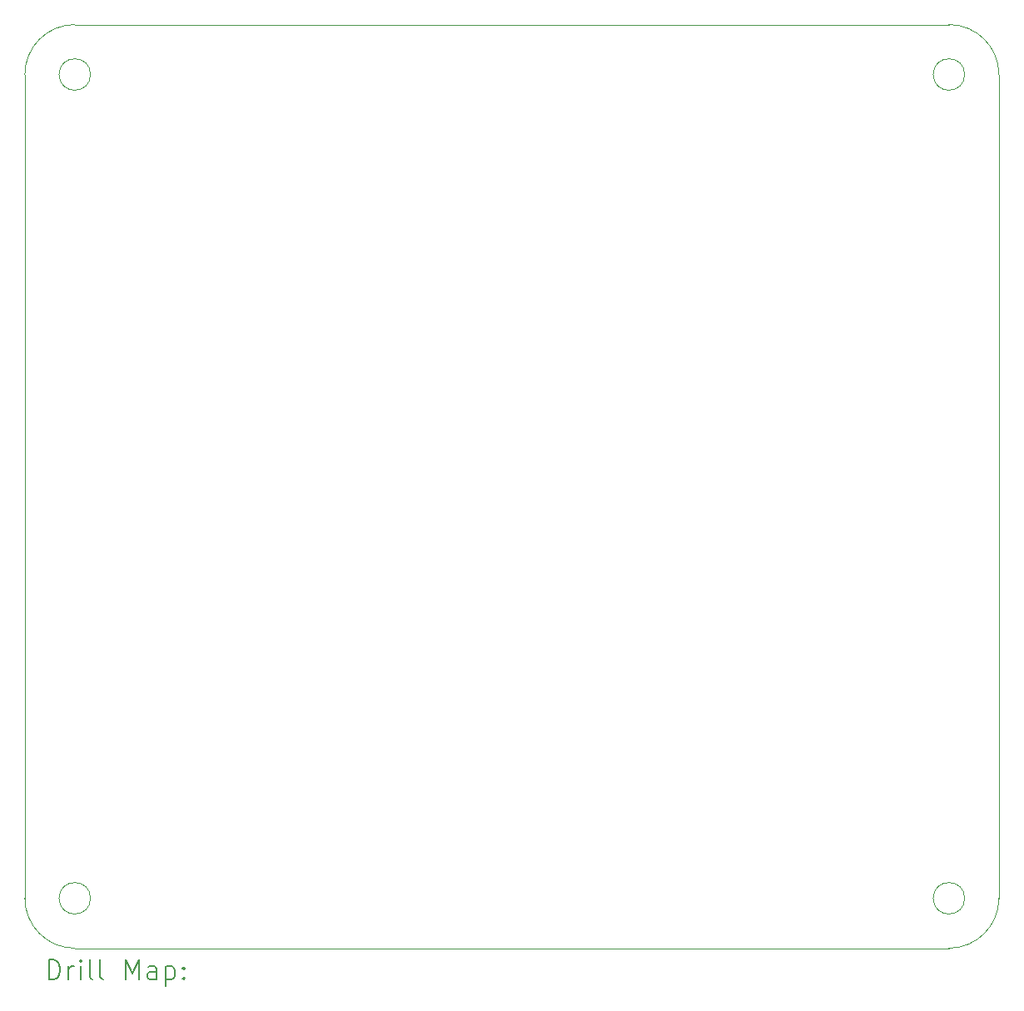
<source format=gbr>
%TF.GenerationSoftware,KiCad,Pcbnew,7.0.1*%
%TF.CreationDate,2023-04-12T13:59:11-04:00*%
%TF.ProjectId,PCB_BioGenius,5043425f-4269-46f4-9765-6e6975732e6b,rev?*%
%TF.SameCoordinates,Original*%
%TF.FileFunction,Drillmap*%
%TF.FilePolarity,Positive*%
%FSLAX45Y45*%
G04 Gerber Fmt 4.5, Leading zero omitted, Abs format (unit mm)*
G04 Created by KiCad (PCBNEW 7.0.1) date 2023-04-12 13:59:11*
%MOMM*%
%LPD*%
G01*
G04 APERTURE LIST*
%ADD10C,0.100000*%
%ADD11C,0.200000*%
G04 APERTURE END LIST*
D10*
X17686000Y-8382000D02*
G75*
G03*
X17686000Y-8382000I-160000J0D01*
G01*
X17686000Y-16764000D02*
G75*
G03*
X17686000Y-16764000I-160000J0D01*
G01*
X17526000Y-7874000D02*
X8636000Y-7874000D01*
X8128000Y-8382000D02*
X8128000Y-16764000D01*
X18034000Y-16764000D02*
X18034000Y-8382000D01*
X8796000Y-8382000D02*
G75*
G03*
X8796000Y-8382000I-160000J0D01*
G01*
X8636000Y-7874000D02*
G75*
G03*
X8128000Y-8382000I0J-508000D01*
G01*
X8636000Y-17272000D02*
X17526000Y-17272000D01*
X17526000Y-17272000D02*
G75*
G03*
X18034000Y-16764000I0J508000D01*
G01*
X8796000Y-16764000D02*
G75*
G03*
X8796000Y-16764000I-160000J0D01*
G01*
X18034000Y-8382000D02*
G75*
G03*
X17526000Y-7874000I-508000J0D01*
G01*
X8128000Y-16764000D02*
G75*
G03*
X8636000Y-17272000I508000J0D01*
G01*
D11*
X8370619Y-17589524D02*
X8370619Y-17389524D01*
X8370619Y-17389524D02*
X8418238Y-17389524D01*
X8418238Y-17389524D02*
X8446810Y-17399048D01*
X8446810Y-17399048D02*
X8465857Y-17418095D01*
X8465857Y-17418095D02*
X8475381Y-17437143D01*
X8475381Y-17437143D02*
X8484905Y-17475238D01*
X8484905Y-17475238D02*
X8484905Y-17503810D01*
X8484905Y-17503810D02*
X8475381Y-17541905D01*
X8475381Y-17541905D02*
X8465857Y-17560952D01*
X8465857Y-17560952D02*
X8446810Y-17580000D01*
X8446810Y-17580000D02*
X8418238Y-17589524D01*
X8418238Y-17589524D02*
X8370619Y-17589524D01*
X8570619Y-17589524D02*
X8570619Y-17456190D01*
X8570619Y-17494286D02*
X8580143Y-17475238D01*
X8580143Y-17475238D02*
X8589667Y-17465714D01*
X8589667Y-17465714D02*
X8608714Y-17456190D01*
X8608714Y-17456190D02*
X8627762Y-17456190D01*
X8694429Y-17589524D02*
X8694429Y-17456190D01*
X8694429Y-17389524D02*
X8684905Y-17399048D01*
X8684905Y-17399048D02*
X8694429Y-17408571D01*
X8694429Y-17408571D02*
X8703952Y-17399048D01*
X8703952Y-17399048D02*
X8694429Y-17389524D01*
X8694429Y-17389524D02*
X8694429Y-17408571D01*
X8818238Y-17589524D02*
X8799190Y-17580000D01*
X8799190Y-17580000D02*
X8789667Y-17560952D01*
X8789667Y-17560952D02*
X8789667Y-17389524D01*
X8923000Y-17589524D02*
X8903952Y-17580000D01*
X8903952Y-17580000D02*
X8894429Y-17560952D01*
X8894429Y-17560952D02*
X8894429Y-17389524D01*
X9151571Y-17589524D02*
X9151571Y-17389524D01*
X9151571Y-17389524D02*
X9218238Y-17532381D01*
X9218238Y-17532381D02*
X9284905Y-17389524D01*
X9284905Y-17389524D02*
X9284905Y-17589524D01*
X9465857Y-17589524D02*
X9465857Y-17484762D01*
X9465857Y-17484762D02*
X9456333Y-17465714D01*
X9456333Y-17465714D02*
X9437286Y-17456190D01*
X9437286Y-17456190D02*
X9399190Y-17456190D01*
X9399190Y-17456190D02*
X9380143Y-17465714D01*
X9465857Y-17580000D02*
X9446810Y-17589524D01*
X9446810Y-17589524D02*
X9399190Y-17589524D01*
X9399190Y-17589524D02*
X9380143Y-17580000D01*
X9380143Y-17580000D02*
X9370619Y-17560952D01*
X9370619Y-17560952D02*
X9370619Y-17541905D01*
X9370619Y-17541905D02*
X9380143Y-17522857D01*
X9380143Y-17522857D02*
X9399190Y-17513333D01*
X9399190Y-17513333D02*
X9446810Y-17513333D01*
X9446810Y-17513333D02*
X9465857Y-17503810D01*
X9561095Y-17456190D02*
X9561095Y-17656190D01*
X9561095Y-17465714D02*
X9580143Y-17456190D01*
X9580143Y-17456190D02*
X9618238Y-17456190D01*
X9618238Y-17456190D02*
X9637286Y-17465714D01*
X9637286Y-17465714D02*
X9646810Y-17475238D01*
X9646810Y-17475238D02*
X9656333Y-17494286D01*
X9656333Y-17494286D02*
X9656333Y-17551429D01*
X9656333Y-17551429D02*
X9646810Y-17570476D01*
X9646810Y-17570476D02*
X9637286Y-17580000D01*
X9637286Y-17580000D02*
X9618238Y-17589524D01*
X9618238Y-17589524D02*
X9580143Y-17589524D01*
X9580143Y-17589524D02*
X9561095Y-17580000D01*
X9742048Y-17570476D02*
X9751571Y-17580000D01*
X9751571Y-17580000D02*
X9742048Y-17589524D01*
X9742048Y-17589524D02*
X9732524Y-17580000D01*
X9732524Y-17580000D02*
X9742048Y-17570476D01*
X9742048Y-17570476D02*
X9742048Y-17589524D01*
X9742048Y-17465714D02*
X9751571Y-17475238D01*
X9751571Y-17475238D02*
X9742048Y-17484762D01*
X9742048Y-17484762D02*
X9732524Y-17475238D01*
X9732524Y-17475238D02*
X9742048Y-17465714D01*
X9742048Y-17465714D02*
X9742048Y-17484762D01*
M02*

</source>
